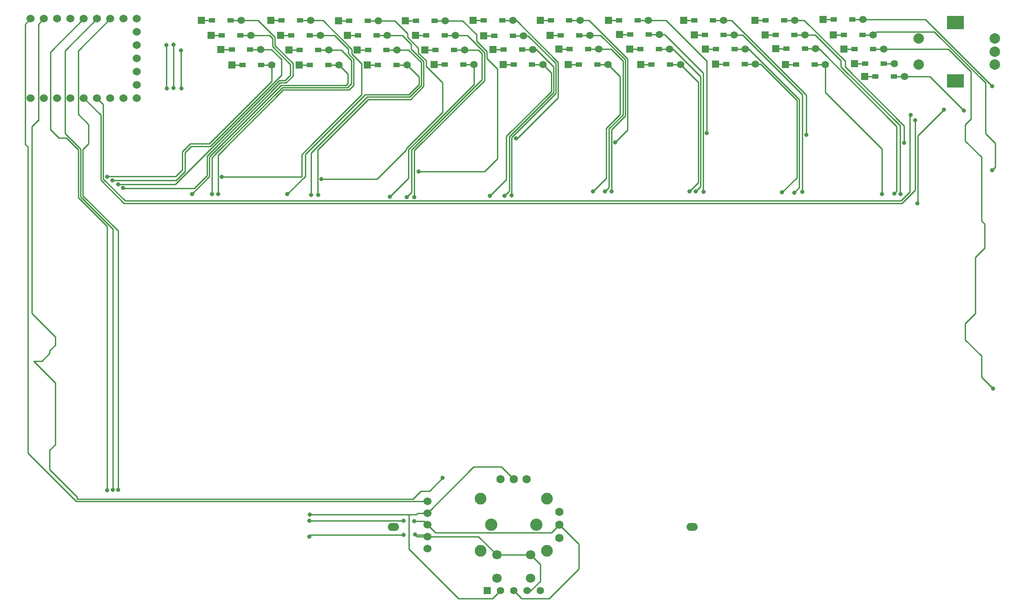
<source format=gbr>
%TF.GenerationSoftware,KiCad,Pcbnew,7.0.8*%
%TF.CreationDate,2024-05-12T08:22:54+09:00*%
%TF.ProjectId,ckb6,636b6236-2e6b-4696-9361-645f70636258,rev?*%
%TF.SameCoordinates,Original*%
%TF.FileFunction,Copper,L1,Top*%
%TF.FilePolarity,Positive*%
%FSLAX46Y46*%
G04 Gerber Fmt 4.6, Leading zero omitted, Abs format (unit mm)*
G04 Created by KiCad (PCBNEW 7.0.8) date 2024-05-12 08:22:54*
%MOMM*%
%LPD*%
G01*
G04 APERTURE LIST*
%TA.AperFunction,ComponentPad*%
%ADD10R,1.397000X1.397000*%
%TD*%
%TA.AperFunction,SMDPad,CuDef*%
%ADD11R,1.300000X0.950000*%
%TD*%
%TA.AperFunction,ComponentPad*%
%ADD12C,1.397000*%
%TD*%
%TA.AperFunction,ComponentPad*%
%ADD13C,2.250000*%
%TD*%
%TA.AperFunction,ComponentPad*%
%ADD14C,2.350000*%
%TD*%
%TA.AperFunction,ComponentPad*%
%ADD15C,1.524000*%
%TD*%
%TA.AperFunction,ComponentPad*%
%ADD16C,1.600000*%
%TD*%
%TA.AperFunction,ComponentPad*%
%ADD17C,1.800000*%
%TD*%
%TA.AperFunction,ComponentPad*%
%ADD18O,2.200000X1.500000*%
%TD*%
%TA.AperFunction,ComponentPad*%
%ADD19C,2.000000*%
%TD*%
%TA.AperFunction,ComponentPad*%
%ADD20R,3.200000X2.500000*%
%TD*%
%TA.AperFunction,ViaPad*%
%ADD21C,0.800000*%
%TD*%
%TA.AperFunction,Conductor*%
%ADD22C,0.250000*%
%TD*%
G04 APERTURE END LIST*
D10*
%TO.P,D16,1,K*%
%TO.N,row1*%
X72975000Y142380000D03*
D11*
X75010000Y142380000D03*
%TO.P,D16,2,A*%
%TO.N,Net-(D16-A)*%
X78560000Y142380000D03*
D12*
X80595000Y142380000D03*
%TD*%
D10*
%TO.P,D303,1,K*%
%TO.N,row3*%
X35240000Y136700000D03*
D11*
X37275000Y136700000D03*
%TO.P,D303,2,A*%
%TO.N,Net-(D303-A)*%
X40825000Y136700000D03*
D12*
X42860000Y136700000D03*
%TD*%
D10*
%TO.P,D15,1,K*%
%TO.N,row1*%
X59395000Y142380000D03*
D11*
X61430000Y142380000D03*
%TO.P,D15,2,A*%
%TO.N,Net-(D15-A)*%
X64980000Y142380000D03*
D12*
X67015000Y142380000D03*
%TD*%
D10*
%TO.P,D19,1,K*%
%TO.N,row2*%
X-5080000Y139510000D03*
D11*
X-3045000Y139510000D03*
%TO.P,D19,2,A*%
%TO.N,Net-(D19-A)*%
X505000Y139510000D03*
D12*
X2540000Y139510000D03*
%TD*%
D10*
%TO.P,D28,1,K*%
%TO.N,row1*%
X-19765000Y142300000D03*
D11*
X-17730000Y142300000D03*
%TO.P,D28,2,A*%
%TO.N,Net-(D28-A)*%
X-14180000Y142300000D03*
D12*
X-12145000Y142300000D03*
%TD*%
D10*
%TO.P,D5,1,K*%
%TO.N,row0*%
X17030000Y145110000D03*
D11*
X19065000Y145110000D03*
%TO.P,D5,2,A*%
%TO.N,Net-(D5-A)*%
X22615000Y145110000D03*
D12*
X24650000Y145110000D03*
%TD*%
D10*
%TO.P,D24,1,K*%
%TO.N,row2*%
X61495000Y139670000D03*
D11*
X63530000Y139670000D03*
%TO.P,D24,2,A*%
%TO.N,Net-(D24-A)*%
X67080000Y139670000D03*
D12*
X69115000Y139670000D03*
%TD*%
D10*
%TO.P,D14,1,K*%
%TO.N,row1*%
X45075000Y142430000D03*
D11*
X47110000Y142430000D03*
%TO.P,D14,2,A*%
%TO.N,Net-(D14-A)*%
X50660000Y142430000D03*
D12*
X52695000Y142430000D03*
%TD*%
D10*
%TO.P,D302,1,K*%
%TO.N,row3*%
X-3205000Y136630000D03*
D11*
X-1170000Y136630000D03*
%TO.P,D302,2,A*%
%TO.N,Net-(D302-A)*%
X2380000Y136630000D03*
D12*
X4415000Y136630000D03*
%TD*%
D10*
%TO.P,D21,1,K*%
%TO.N,row2*%
X20845000Y139580000D03*
D11*
X22880000Y139580000D03*
%TO.P,D21,2,A*%
%TO.N,Net-(D21-A)*%
X26430000Y139580000D03*
D12*
X28465000Y139580000D03*
%TD*%
D10*
%TO.P,D20,1,K*%
%TO.N,row2*%
X7870000Y139500000D03*
D11*
X9905000Y139500000D03*
%TO.P,D20,2,A*%
%TO.N,Net-(D20-A)*%
X13455000Y139500000D03*
D12*
X15490000Y139500000D03*
%TD*%
D10*
%TO.P,D26,1,K*%
%TO.N,row3*%
X-29095000Y136590000D03*
D11*
X-27060000Y136590000D03*
%TO.P,D26,2,A*%
%TO.N,Net-(D26-A)*%
X-23510000Y136590000D03*
D12*
X-21475000Y136590000D03*
%TD*%
D10*
%TO.P,D13,1,K*%
%TO.N,row1*%
X31770000Y142280000D03*
D11*
X33805000Y142280000D03*
%TO.P,D13,2,A*%
%TO.N,Net-(D13-A)*%
X37355000Y142280000D03*
D12*
X39390000Y142280000D03*
%TD*%
D10*
%TO.P,D1,1,K*%
%TO.N,row0*%
X-34925000Y145170000D03*
D11*
X-32890000Y145170000D03*
%TO.P,D1,2,A*%
%TO.N,Net-(D1-A)*%
X-29340000Y145170000D03*
D12*
X-27305000Y145170000D03*
%TD*%
D10*
%TO.P,D102,1,K*%
%TO.N,row1*%
X-33095000Y142310000D03*
D11*
X-31060000Y142310000D03*
%TO.P,D102,2,A*%
%TO.N,Net-(D102-A)*%
X-27510000Y142310000D03*
D12*
X-25475000Y142310000D03*
%TD*%
D10*
%TO.P,D23,1,K*%
%TO.N,row2*%
X47045000Y139620000D03*
D11*
X49080000Y139620000D03*
%TO.P,D23,2,A*%
%TO.N,Net-(D23-A)*%
X52630000Y139620000D03*
D12*
X54665000Y139620000D03*
%TD*%
D10*
%TO.P,D9,1,K*%
%TO.N,row0*%
X70995000Y145190000D03*
D11*
X73030000Y145190000D03*
%TO.P,D9,2,A*%
%TO.N,Net-(D9-A)*%
X76580000Y145190000D03*
D12*
X78615000Y145190000D03*
%TD*%
D13*
%TO.P,J1,*%
%TO.N,*%
X18517500Y53520000D03*
X18517500Y43520000D03*
D14*
X20542500Y48520000D03*
X29142500Y48520000D03*
D13*
X31167500Y53520000D03*
X31167500Y43520000D03*
D15*
%TO.P,J1,1,Pin_1*%
%TO.N,VCC*%
X8332500Y53028000D03*
D16*
X27342500Y57250000D03*
X33572500Y46020000D03*
D15*
%TO.P,J1,2,Pin_2*%
%TO.N,joy_x*%
X8332500Y50774000D03*
D16*
X24842500Y57250000D03*
D15*
%TO.P,J1,3,Pin_3*%
%TO.N,joy_y*%
X8332500Y48520000D03*
D16*
X33572500Y48520000D03*
D15*
%TO.P,J1,4,Pin_4*%
%TO.N,sw_joy*%
X8332500Y46266000D03*
D17*
X21592500Y42770000D03*
X28092500Y42770000D03*
D15*
%TO.P,J1,5,Pin_5*%
%TO.N,GND*%
X8332500Y44012000D03*
D17*
X21592500Y38270000D03*
D16*
X22342500Y57250000D03*
D17*
X28092500Y38270000D03*
D16*
X33572500Y51020000D03*
%TD*%
D10*
%TO.P,D29,1,K*%
%TO.N,row3*%
X63440000Y136760000D03*
D11*
X65475000Y136760000D03*
%TO.P,D29,2,A*%
%TO.N,Net-(D29-A)*%
X69025000Y136760000D03*
D12*
X71060000Y136760000D03*
%TD*%
D10*
%TO.P,D101,1,K*%
%TO.N,row0*%
X84025000Y145310000D03*
D11*
X86060000Y145310000D03*
%TO.P,D101,2,A*%
%TO.N,Net-(D101-A)*%
X89610000Y145310000D03*
D12*
X91645000Y145310000D03*
%TD*%
D10*
%TO.P,D22,1,K*%
%TO.N,row2*%
X33505000Y139610000D03*
D11*
X35540000Y139610000D03*
%TO.P,D22,2,A*%
%TO.N,Net-(D22-A)*%
X39090000Y139610000D03*
D12*
X41125000Y139610000D03*
%TD*%
D10*
%TO.P,D301,1,K*%
%TO.N,row2*%
X-31155000Y139560000D03*
D11*
X-29120000Y139560000D03*
%TO.P,D301,2,A*%
%TO.N,Net-(D301-A)*%
X-25570000Y139560000D03*
D12*
X-23535000Y139560000D03*
%TD*%
D10*
%TO.P,D27,1,K*%
%TO.N,row3*%
X91980000Y134400000D03*
D11*
X94015000Y134400000D03*
%TO.P,D27,2,A*%
%TO.N,Net-(D27-A)*%
X97565000Y134400000D03*
D12*
X99600000Y134400000D03*
%TD*%
D10*
%TO.P,D12,1,K*%
%TO.N,row1*%
X19065000Y142220000D03*
D11*
X21100000Y142220000D03*
%TO.P,D12,2,A*%
%TO.N,Net-(D12-A)*%
X24650000Y142220000D03*
D12*
X26685000Y142220000D03*
%TD*%
D18*
%TO.P,SW32,*%
%TO.N,*%
X1795000Y48100000D03*
%TD*%
D10*
%TO.P,TB1,1,VCC*%
%TO.N,VCC*%
X19762500Y35910000D03*
D12*
%TO.P,TB1,2,SDA*%
%TO.N,joy_x*%
X22302500Y35910000D03*
%TO.P,TB1,3,SCL*%
%TO.N,joy_y*%
X24842500Y35910000D03*
%TO.P,TB1,4,INT*%
%TO.N,sw_joy*%
X27382500Y35910000D03*
%TO.P,TB1,5,GND*%
%TO.N,GND*%
X29922500Y35910000D03*
%TD*%
D10*
%TO.P,D3,1,K*%
%TO.N,row0*%
X-8645000Y145060000D03*
D11*
X-6610000Y145060000D03*
%TO.P,D3,2,A*%
%TO.N,Net-(D3-A)*%
X-3060000Y145060000D03*
D12*
X-1025000Y145060000D03*
%TD*%
D10*
%TO.P,D30,1,K*%
%TO.N,row3*%
X9595000Y136660000D03*
D11*
X11630000Y136660000D03*
%TO.P,D30,2,A*%
%TO.N,Net-(D30-A)*%
X15180000Y136660000D03*
D12*
X17215000Y136660000D03*
%TD*%
D10*
%TO.P,D8,1,K*%
%TO.N,row0*%
X57335000Y145140000D03*
D11*
X59370000Y145140000D03*
%TO.P,D8,2,A*%
%TO.N,Net-(D8-A)*%
X62920000Y145140000D03*
D12*
X64955000Y145140000D03*
%TD*%
D19*
%TO.P,SW33,A,A*%
%TO.N,ro01*%
X116850000Y136660000D03*
%TO.P,SW33,B,B*%
%TO.N,ro02*%
X116850000Y141660000D03*
%TO.P,SW33,C,C*%
%TO.N,GND*%
X116850000Y139160000D03*
D20*
%TO.P,SW33,MP*%
%TO.N,N/C*%
X109350000Y133560000D03*
X109350000Y144760000D03*
D19*
%TO.P,SW33,S1,S1*%
%TO.N,Net-(D33-A)*%
X102350000Y141660000D03*
%TO.P,SW33,S2,S2*%
%TO.N,col10*%
X102350000Y136660000D03*
%TD*%
D10*
%TO.P,D201,1,K*%
%TO.N,row3*%
X-16230000Y136630000D03*
D11*
X-14195000Y136630000D03*
%TO.P,D201,2,A*%
%TO.N,Net-(D201-A)*%
X-10645000Y136630000D03*
D12*
X-8610000Y136630000D03*
%TD*%
D10*
%TO.P,D34,1,K*%
%TO.N,row2*%
X88040000Y139690000D03*
D11*
X90075000Y139690000D03*
%TO.P,D34,2,A*%
%TO.N,Net-(D34-A)*%
X93625000Y139690000D03*
D12*
X95660000Y139690000D03*
%TD*%
D10*
%TO.P,D4,1,K*%
%TO.N,row0*%
X4100000Y145080000D03*
D11*
X6135000Y145080000D03*
%TO.P,D4,2,A*%
%TO.N,Net-(D4-A)*%
X9685000Y145080000D03*
D12*
X11720000Y145080000D03*
%TD*%
D10*
%TO.P,D6,1,K*%
%TO.N,row0*%
X29890000Y145160000D03*
D11*
X31925000Y145160000D03*
%TO.P,D6,2,A*%
%TO.N,Net-(D6-A)*%
X35475000Y145160000D03*
D12*
X37510000Y145160000D03*
%TD*%
D10*
%TO.P,D25,1,K*%
%TO.N,row2*%
X74950000Y139710000D03*
D11*
X76985000Y139710000D03*
%TO.P,D25,2,A*%
%TO.N,Net-(D25-A)*%
X80535000Y139710000D03*
D12*
X82570000Y139710000D03*
%TD*%
D10*
%TO.P,D31,1,K*%
%TO.N,row3*%
X49145000Y136700000D03*
D11*
X51180000Y136700000D03*
%TO.P,D31,2,A*%
%TO.N,Net-(D31-A)*%
X54730000Y136700000D03*
D12*
X56765000Y136700000D03*
%TD*%
D10*
%TO.P,D10,1,K*%
%TO.N,row1*%
X-6995000Y142310000D03*
D11*
X-4960000Y142310000D03*
%TO.P,D10,2,A*%
%TO.N,Net-(D10-A)*%
X-1410000Y142310000D03*
D12*
X625000Y142310000D03*
%TD*%
D10*
%TO.P,D7,1,K*%
%TO.N,row0*%
X42985000Y145180000D03*
D11*
X45020000Y145180000D03*
%TO.P,D7,2,A*%
%TO.N,Net-(D7-A)*%
X48570000Y145180000D03*
D12*
X50605000Y145180000D03*
%TD*%
D10*
%TO.P,D33,1,K*%
%TO.N,row2*%
X90030000Y136880000D03*
D11*
X92065000Y136880000D03*
%TO.P,D33,2,A*%
%TO.N,Net-(D33-A)*%
X95615000Y136880000D03*
D12*
X97650000Y136880000D03*
%TD*%
D10*
%TO.P,D202,1,K*%
%TO.N,row3*%
X76805000Y136710000D03*
D11*
X78840000Y136710000D03*
%TO.P,D202,2,A*%
%TO.N,Net-(D202-A)*%
X82390000Y136710000D03*
D12*
X84425000Y136710000D03*
%TD*%
D10*
%TO.P,D2,1,K*%
%TO.N,row0*%
X-21665000Y145110000D03*
D11*
X-19630000Y145110000D03*
%TO.P,D2,2,A*%
%TO.N,Net-(D2-A)*%
X-16080000Y145110000D03*
D12*
X-14045000Y145110000D03*
%TD*%
D18*
%TO.P,SW303,*%
%TO.N,*%
X58950000Y48100000D03*
%TD*%
D10*
%TO.P,D11,1,K*%
%TO.N,row1*%
X6040000Y142260000D03*
D11*
X8075000Y142260000D03*
%TO.P,D11,2,A*%
%TO.N,Net-(D11-A)*%
X11625000Y142260000D03*
D12*
X13660000Y142260000D03*
%TD*%
D10*
%TO.P,D17,1,K*%
%TO.N,row1*%
X86000000Y142340000D03*
D11*
X88035000Y142340000D03*
%TO.P,D17,2,A*%
%TO.N,Net-(D17-A)*%
X91585000Y142340000D03*
D12*
X93620000Y142340000D03*
%TD*%
D10*
%TO.P,D32,1,K*%
%TO.N,row3*%
X22780000Y136650000D03*
D11*
X24815000Y136650000D03*
%TO.P,D32,2,A*%
%TO.N,Net-(D32-A)*%
X28365000Y136650000D03*
D12*
X30400000Y136650000D03*
%TD*%
D10*
%TO.P,D18,1,K*%
%TO.N,row2*%
X-18165000Y139500000D03*
D11*
X-16130000Y139500000D03*
%TO.P,D18,2,A*%
%TO.N,Net-(D18-A)*%
X-12580000Y139500000D03*
D12*
X-10545000Y139500000D03*
%TD*%
D15*
%TO.P,U1,0,GP0*%
%TO.N,col0*%
X-67567500Y130260000D03*
%TO.P,U1,1,GP1*%
%TO.N,col1*%
X-65027500Y130260000D03*
%TO.P,U1,2,GP2*%
%TO.N,col2*%
X-62487500Y130260000D03*
%TO.P,U1,3,GP3*%
%TO.N,col3*%
X-59947500Y130260000D03*
%TO.P,U1,4,GP4*%
%TO.N,ro01*%
X-57407500Y130260000D03*
%TO.P,U1,5,GP5*%
%TO.N,ro02*%
X-54867500Y130260000D03*
%TO.P,U1,6,GP6*%
%TO.N,col4*%
X-52327500Y130260000D03*
%TO.P,U1,7,GP7*%
%TO.N,row3*%
X-49787500Y130260000D03*
%TO.P,U1,8,GP8*%
%TO.N,col5*%
X-47247500Y130260000D03*
%TO.P,U1,9,GP9*%
%TO.N,col6*%
X-47247500Y132800000D03*
%TO.P,U1,10,GP10*%
%TO.N,col7*%
X-47247500Y135340000D03*
%TO.P,U1,11,GP11*%
%TO.N,row2*%
X-47247500Y137880000D03*
%TO.P,U1,12,GP12*%
%TO.N,col8*%
X-47247500Y140420000D03*
%TO.P,U1,13,GP13*%
%TO.N,col9*%
X-47247500Y142960000D03*
%TO.P,U1,14,GP14*%
%TO.N,row0*%
X-47247500Y145500000D03*
%TO.P,U1,15,GP15*%
%TO.N,row1*%
X-49787500Y145500000D03*
%TO.P,U1,26,GP26*%
%TO.N,joy_x*%
X-52327500Y145500000D03*
%TO.P,U1,27,GP27*%
%TO.N,joy_y*%
X-54867500Y145500000D03*
%TO.P,U1,28,GP28*%
%TO.N,sw_joy*%
X-57407500Y145500000D03*
%TO.P,U1,29,GP29*%
%TO.N,col10*%
X-59947500Y145500000D03*
%TO.P,U1,30,3V3*%
%TO.N,unconnected-(U1-3V3-Pad30)*%
X-62487500Y145500000D03*
%TO.P,U1,31,GND*%
%TO.N,GND*%
X-65027500Y145500000D03*
%TO.P,U1,32,5V*%
%TO.N,VCC*%
X-67567500Y145500000D03*
%TD*%
D21*
%TO.N,Net-(D1-A)*%
X-49930000Y113040000D03*
%TO.N,Net-(D2-A)*%
X-31010000Y115220000D03*
%TO.N,Net-(D3-A)*%
X-11940000Y114780000D03*
%TO.N,Net-(D4-A)*%
X6680000Y116190000D03*
%TO.N,Net-(D5-A)*%
X25300000Y122540000D03*
%TO.N,Net-(D6-A)*%
X44270000Y121790000D03*
%TO.N,Net-(D7-A)*%
X61790000Y123580000D03*
%TO.N,Net-(D8-A)*%
X80800000Y123250000D03*
%TO.N,Net-(D9-A)*%
X99550000Y121700000D03*
%TO.N,Net-(D10-A)*%
X-12580000Y111740000D03*
%TO.N,Net-(D11-A)*%
X5790000Y111314500D03*
%TO.N,Net-(D12-A)*%
X24430000Y111590000D03*
%TO.N,Net-(D13-A)*%
X43560000Y112420000D03*
%TO.N,Net-(D14-A)*%
X61140000Y112310000D03*
%TO.N,Net-(D15-A)*%
X80070000Y112260000D03*
%TO.N,Net-(D16-A)*%
X98840000Y111840000D03*
%TO.N,Net-(D17-A)*%
X116350000Y116460000D03*
%TO.N,Net-(D18-A)*%
X-32920000Y111850000D03*
%TO.N,Net-(D19-A)*%
X-13910000Y111730000D03*
%TO.N,Net-(D20-A)*%
X4390000Y111314500D03*
%TO.N,Net-(D21-A)*%
X23070000Y111580000D03*
%TO.N,Net-(D22-A)*%
X42280000Y112360000D03*
%TO.N,Net-(D23-A)*%
X59680000Y112410000D03*
%TO.N,Net-(D24-A)*%
X78490000Y112160000D03*
%TO.N,Net-(D25-A)*%
X97640000Y111940000D03*
%TO.N,Net-(D26-A)*%
X-52970000Y115210000D03*
%TO.N,Net-(D27-A)*%
X111000000Y127850000D03*
%TO.N,Net-(D28-A)*%
X-31730000Y111870000D03*
%TO.N,Net-(D29-A)*%
X76200000Y112210000D03*
%TO.N,Net-(D30-A)*%
X1176875Y111393125D03*
%TO.N,Net-(D31-A)*%
X58500000Y112410000D03*
%TO.N,Net-(D101-A)*%
X116400000Y132530000D03*
%TO.N,Net-(D102-A)*%
X-50860000Y113720000D03*
%TO.N,Net-(D201-A)*%
X-36740000Y111870000D03*
%TO.N,Net-(D202-A)*%
X95290000Y111900000D03*
%TO.N,Net-(D301-A)*%
X-51980000Y114540000D03*
%TO.N,Net-(D302-A)*%
X-18500000Y111840000D03*
%TO.N,col8*%
X-41520000Y132140000D03*
X-41590000Y140400000D03*
%TO.N,col9*%
X-40220000Y132190000D03*
X-40220000Y140460000D03*
%TO.N,Net-(D303-A)*%
X40010000Y112390000D03*
%TO.N,joy_x*%
X-14170000Y50500000D03*
X-50830553Y55219480D03*
%TO.N,joy_y*%
X-51830000Y55230000D03*
X-14250000Y49330000D03*
X5780000Y49220000D03*
X3770000Y49270000D03*
%TO.N,sw_joy*%
X3760000Y46570000D03*
X-14280000Y46260000D03*
X-52950000Y55180000D03*
X5940000Y46680000D03*
%TO.N,ro01*%
X101670000Y126000000D03*
%TO.N,GND*%
X11260000Y57490000D03*
X102040000Y110140000D03*
X107145000Y128045000D03*
%TO.N,Net-(D32-A)*%
X20310000Y111580000D03*
%TO.N,ro02*%
X100820000Y127020000D03*
%TO.N,Net-(D34-A)*%
X116520000Y74630000D03*
%TO.N,col10*%
X-38720000Y132140000D03*
X-38810000Y139360000D03*
%TD*%
D22*
%TO.N,row0*%
X-21665000Y145110000D02*
X-19630000Y145110000D01*
X42985000Y145180000D02*
X45020000Y145180000D01*
X4100000Y145080000D02*
X6135000Y145080000D01*
X-8645000Y145060000D02*
X-6610000Y145060000D01*
X29890000Y145160000D02*
X31925000Y145160000D01*
X70995000Y145190000D02*
X73030000Y145190000D01*
X84025000Y145310000D02*
X86060000Y145310000D01*
X57335000Y145140000D02*
X59370000Y145140000D01*
X-34925000Y145170000D02*
X-32890000Y145170000D01*
X17030000Y145110000D02*
X19065000Y145110000D01*
%TO.N,Net-(D1-A)*%
X-24110000Y145170000D02*
X-27305000Y145170000D01*
X-17430000Y134460000D02*
X-17430000Y136908380D01*
X-29340000Y145170000D02*
X-27305000Y145170000D01*
X-19830000Y133180000D02*
X-18710000Y133180000D01*
X-19830419Y133180419D02*
X-19830000Y133180000D01*
X-18710000Y133180000D02*
X-17430000Y134460000D01*
X-33830000Y119180838D02*
X-33830000Y115416396D01*
X-33830000Y115416396D02*
X-36266396Y112980000D01*
X-33515419Y119495419D02*
X-19830419Y133180419D01*
X-20840000Y141900000D02*
X-24110000Y145170000D01*
X-36266396Y112980000D02*
X-49870000Y112980000D01*
X-20840000Y140318380D02*
X-20840000Y141900000D01*
X-33515419Y119495419D02*
X-33830000Y119180838D01*
X-17430000Y136908380D02*
X-20840000Y140318380D01*
X-49870000Y112980000D02*
X-49930000Y113040000D01*
%TO.N,Net-(D2-A)*%
X-6103500Y138676880D02*
X-4290000Y136863380D01*
X-4290000Y130896396D02*
X-13663198Y121523198D01*
X-15756396Y115220000D02*
X-31010000Y115220000D01*
X-16080000Y145110000D02*
X-14045000Y145110000D01*
X-15743198Y119443198D02*
X-15743198Y115233198D01*
X-4290000Y136863380D02*
X-4290000Y130896396D01*
X-13663198Y121523198D02*
X-15743198Y119443198D01*
X-14045000Y145110000D02*
X-11651620Y145110000D01*
X-11651620Y145110000D02*
X-6103500Y139561880D01*
X-6103500Y139561880D02*
X-6103500Y138676880D01*
X-15743198Y115233198D02*
X-15756396Y115220000D01*
%TO.N,Net-(D3-A)*%
X2070000Y145060000D02*
X4540000Y142590000D01*
X8049190Y136349190D02*
X11220000Y133178380D01*
X11220000Y133178380D02*
X11220000Y127556172D01*
X-1025000Y145060000D02*
X-3060000Y145060000D01*
X4540000Y142590000D02*
X4540000Y141903380D01*
X6590000Y138910000D02*
X8049190Y137450810D01*
X8049190Y137450810D02*
X8049190Y136349190D01*
X-1025000Y145060000D02*
X2070000Y145060000D01*
X11220000Y127556172D02*
X4260000Y120596172D01*
X-1316167Y114780000D02*
X-11940000Y114780000D01*
X4540000Y141903380D02*
X6590000Y139853380D01*
X6590000Y139853380D02*
X6590000Y138910000D01*
X4260000Y120596172D02*
X4260000Y120356167D01*
X4260000Y120356167D02*
X-1316167Y114780000D01*
%TO.N,Net-(D4-A)*%
X11720000Y145080000D02*
X9685000Y145080000D01*
X15030000Y145080000D02*
X17700000Y142410000D01*
X17700000Y141180000D02*
X19681690Y139198310D01*
X21705000Y135868380D02*
X21705000Y118635000D01*
X19260000Y116190000D02*
X6680000Y116190000D01*
X19681690Y139198310D02*
X19681690Y137891690D01*
X21705000Y118635000D02*
X19260000Y116190000D01*
X17700000Y142410000D02*
X17700000Y141180000D01*
X11720000Y145080000D02*
X15030000Y145080000D01*
X19681690Y137891690D02*
X21705000Y135868380D01*
%TO.N,Net-(D5-A)*%
X33360000Y137098500D02*
X33360000Y130350000D01*
X33360000Y130350000D02*
X25550000Y122540000D01*
X25348500Y145110000D02*
X33360000Y137098500D01*
X24650000Y145110000D02*
X25348500Y145110000D01*
X24650000Y145110000D02*
X22615000Y145110000D01*
X25550000Y122540000D02*
X25300000Y122540000D01*
%TO.N,Net-(D6-A)*%
X39230000Y145160000D02*
X46625000Y137765000D01*
X46625000Y124145000D02*
X44270000Y121790000D01*
X46625000Y126675000D02*
X46625000Y137765000D01*
X37510000Y145160000D02*
X39230000Y145160000D01*
X37510000Y145160000D02*
X35475000Y145160000D01*
X46625000Y126675000D02*
X46625000Y124145000D01*
%TO.N,Net-(D7-A)*%
X50605000Y145180000D02*
X53950000Y145180000D01*
X53950000Y145180000D02*
X61790000Y137340000D01*
X61790000Y137340000D02*
X61790000Y123580000D01*
X50605000Y145180000D02*
X48570000Y145180000D01*
%TO.N,Net-(D8-A)*%
X66518380Y145140000D02*
X64955000Y145140000D01*
X64955000Y145140000D02*
X62920000Y145140000D01*
X80800000Y130858380D02*
X66518380Y145140000D01*
X80800000Y123250000D02*
X80800000Y130858380D01*
%TO.N,Net-(D9-A)*%
X78615000Y145190000D02*
X76580000Y145190000D01*
X78615000Y145190000D02*
X80370000Y145190000D01*
X99550000Y124953500D02*
X99550000Y121700000D01*
X88226750Y137333250D02*
X88226750Y136276750D01*
X88226750Y136276750D02*
X99550000Y124953500D01*
X80370000Y145190000D02*
X88226750Y137333250D01*
%TO.N,row1*%
X86000000Y142340000D02*
X88035000Y142340000D01*
X45075000Y142430000D02*
X47110000Y142430000D01*
X-33095000Y142310000D02*
X-31060000Y142310000D01*
X19065000Y142220000D02*
X21100000Y142220000D01*
X-19765000Y142300000D02*
X-17730000Y142300000D01*
X31770000Y142280000D02*
X33805000Y142280000D01*
X6040000Y142260000D02*
X8075000Y142260000D01*
X-6995000Y142310000D02*
X-4960000Y142310000D01*
X72975000Y142380000D02*
X75010000Y142380000D01*
X59395000Y142380000D02*
X61430000Y142380000D01*
%TO.N,Net-(D10-A)*%
X5193492Y140613492D02*
X5193492Y139670112D01*
X5193492Y139670112D02*
X6401802Y138461802D01*
X7599190Y132510000D02*
X5119190Y130030000D01*
X-12665000Y120385000D02*
X-12665000Y111825000D01*
X-12665000Y111825000D02*
X-12580000Y111740000D01*
X625000Y142310000D02*
X3496984Y142310000D01*
X-3020000Y130030000D02*
X-12665000Y120385000D01*
X7599190Y137264414D02*
X7599190Y132510000D01*
X6401802Y138461802D02*
X7599190Y137264414D01*
X625000Y142310000D02*
X-1410000Y142310000D01*
X5119190Y130030000D02*
X-3020000Y130030000D01*
X3496984Y142310000D02*
X5193492Y140613492D01*
%TO.N,Net-(D11-A)*%
X19231690Y139011914D02*
X15983604Y142260000D01*
X5790000Y111314500D02*
X5790000Y120216984D01*
X13660000Y142260000D02*
X11625000Y142260000D01*
X19250000Y133676984D02*
X19250000Y137686984D01*
X15983604Y142260000D02*
X13660000Y142260000D01*
X19231690Y137705294D02*
X19231690Y139011914D01*
X19250000Y137686984D02*
X19231690Y137705294D01*
X5790000Y120216984D02*
X19250000Y133676984D01*
%TO.N,Net-(D12-A)*%
X24430000Y122695305D02*
X24430000Y111590000D01*
X32112347Y130377653D02*
X32137653Y130377653D01*
X27602104Y142220000D02*
X32910000Y136912104D01*
X32137653Y130377653D02*
X32910000Y131150000D01*
X32910000Y136912104D02*
X32910000Y131150000D01*
X26685000Y142220000D02*
X27602104Y142220000D01*
X26685000Y142220000D02*
X24650000Y142220000D01*
X32112347Y130377653D02*
X24430000Y122695305D01*
%TO.N,Net-(D13-A)*%
X46175000Y137578604D02*
X46175000Y131745000D01*
X46175000Y131745000D02*
X46175000Y127160000D01*
X39390000Y142280000D02*
X41473604Y142280000D01*
X39390000Y142280000D02*
X37355000Y142280000D01*
X43540000Y112440000D02*
X43560000Y112420000D01*
X46175000Y127160000D02*
X46175000Y126861396D01*
X41473604Y142280000D02*
X46175000Y137578604D01*
X46175000Y126861396D02*
X43540000Y124226396D01*
X43540000Y124226396D02*
X43540000Y112440000D01*
%TO.N,Net-(D14-A)*%
X53690000Y142430000D02*
X61065000Y135055000D01*
X61065000Y135055000D02*
X61065000Y112385000D01*
X52695000Y142430000D02*
X53690000Y142430000D01*
X52695000Y142430000D02*
X50660000Y142430000D01*
X61065000Y112385000D02*
X61140000Y112310000D01*
%TO.N,Net-(D15-A)*%
X67015000Y142380000D02*
X64980000Y142380000D01*
X80070000Y130951984D02*
X80070000Y112260000D01*
X79835992Y131185992D02*
X80070000Y130951984D01*
X67015000Y142380000D02*
X68641984Y142380000D01*
X68641984Y142380000D02*
X79835992Y131185992D01*
%TO.N,Net-(D16-A)*%
X87440000Y136285646D02*
X87440000Y137483604D01*
X80595000Y142380000D02*
X78560000Y142380000D01*
X98763604Y111916396D02*
X98763604Y124962043D01*
X98763604Y124962043D02*
X87440000Y136285646D01*
X82543604Y142380000D02*
X80595000Y142380000D01*
X87440000Y137483604D02*
X82543604Y142380000D01*
X98840000Y111840000D02*
X98763604Y111916396D01*
%TO.N,Net-(D17-A)*%
X115106802Y133186802D02*
X115106802Y123483198D01*
X115106802Y123483198D02*
X116955000Y121635000D01*
X94265000Y142985000D02*
X105308604Y142985000D01*
X93620000Y142340000D02*
X94265000Y142985000D01*
X93620000Y142340000D02*
X91585000Y142340000D01*
X116955000Y121635000D02*
X116955000Y117065000D01*
X116955000Y117065000D02*
X116350000Y116460000D01*
X105308604Y142985000D02*
X115106802Y133186802D01*
%TO.N,row2*%
X-5080000Y139510000D02*
X-3045000Y139510000D01*
X7870000Y139500000D02*
X9905000Y139500000D01*
X-31155000Y139560000D02*
X-29120000Y139560000D01*
X61495000Y139670000D02*
X63530000Y139670000D01*
X88040000Y139690000D02*
X90075000Y139690000D01*
X-16130000Y139500000D02*
X-18165000Y139500000D01*
X90030000Y136880000D02*
X92065000Y136880000D01*
X74950000Y139710000D02*
X76985000Y139710000D01*
X20845000Y139580000D02*
X22880000Y139580000D01*
X33505000Y139610000D02*
X35540000Y139610000D01*
X47045000Y139620000D02*
X49080000Y139620000D01*
%TO.N,Net-(D18-A)*%
X-10545000Y139500000D02*
X-12580000Y139500000D01*
X-10545000Y139500000D02*
X-8199412Y139500000D01*
X-6220000Y133320000D02*
X-6220000Y133080000D01*
X-18660000Y132280000D02*
X-19458046Y132280000D01*
X-19458046Y132280000D02*
X-32185000Y119553046D01*
X-8199412Y139500000D02*
X-6220000Y137520588D01*
X-6220000Y137520588D02*
X-6220000Y133320000D01*
X-6220000Y133080000D02*
X-7020000Y132280000D01*
X-32185000Y119553046D02*
X-32920000Y118818046D01*
X-7020000Y132280000D02*
X-18660000Y132280000D01*
X-32920000Y118818046D02*
X-32920000Y111850000D01*
%TO.N,Net-(D19-A)*%
X7149190Y132696396D02*
X4932794Y130480000D01*
X7149190Y133290000D02*
X7149190Y132696396D01*
X2540000Y139510000D02*
X505000Y139510000D01*
X-13910000Y119776396D02*
X-13910000Y111730000D01*
X-12548198Y121138198D02*
X-13910000Y119776396D01*
X4717208Y139510000D02*
X7149190Y137078018D01*
X2540000Y139510000D02*
X4717208Y139510000D01*
X-3206396Y130480000D02*
X-12548198Y121138198D01*
X7149190Y137078018D02*
X7149190Y133290000D01*
X4932794Y130480000D02*
X-3206396Y130480000D01*
%TO.N,Net-(D20-A)*%
X18107208Y139500000D02*
X18781690Y138825518D01*
X5320000Y112244500D02*
X4390000Y111314500D01*
X18781690Y134308310D02*
X18781690Y133851690D01*
X18781690Y133851690D02*
X18781690Y133845070D01*
X15490000Y139500000D02*
X18107208Y139500000D01*
X15490000Y139500000D02*
X13455000Y139500000D01*
X18781690Y133845070D02*
X5320000Y120383380D01*
X18781690Y138825518D02*
X18781690Y134308310D01*
X5320000Y120383380D02*
X5320000Y112244500D01*
%TO.N,Net-(D21-A)*%
X28465000Y139580000D02*
X29163500Y139580000D01*
X28465000Y139580000D02*
X26430000Y139580000D01*
X23980000Y122508909D02*
X23980000Y112490000D01*
X27984149Y126885851D02*
X23980000Y122881701D01*
X23980000Y112490000D02*
X23070000Y111580000D01*
X29163500Y139580000D02*
X32460000Y136283500D01*
X23980000Y122881701D02*
X23980000Y122508909D01*
X32460000Y131361702D02*
X27984149Y126885851D01*
X32460000Y136283500D02*
X32460000Y131361702D01*
%TO.N,Net-(D22-A)*%
X45725000Y127047792D02*
X43090000Y124412792D01*
X43507208Y139610000D02*
X45725000Y137392208D01*
X41125000Y139610000D02*
X39090000Y139610000D01*
X43090000Y113170000D02*
X42280000Y112360000D01*
X41125000Y139610000D02*
X43507208Y139610000D01*
X43090000Y124412792D02*
X43090000Y113170000D01*
X45725000Y137392208D02*
X45725000Y127047792D01*
%TO.N,Net-(D23-A)*%
X54665000Y139620000D02*
X55363500Y139620000D01*
X60615000Y113345000D02*
X59680000Y112410000D01*
X54665000Y139620000D02*
X52630000Y139620000D01*
X60615000Y134368500D02*
X60615000Y113345000D01*
X55363500Y139620000D02*
X60615000Y134368500D01*
%TO.N,Net-(D24-A)*%
X69115000Y139670000D02*
X67080000Y139670000D01*
X69813500Y139670000D02*
X79460000Y130023500D01*
X69115000Y139670000D02*
X69813500Y139670000D01*
X79460000Y130023500D02*
X79460000Y113130000D01*
X79460000Y113130000D02*
X78490000Y112160000D01*
%TO.N,Net-(D25-A)*%
X82570000Y139710000D02*
X80535000Y139710000D01*
X83268500Y139710000D02*
X98130000Y124848500D01*
X82570000Y139710000D02*
X83268500Y139710000D01*
X98130000Y124848500D02*
X98130000Y112430000D01*
X98130000Y112430000D02*
X97640000Y111940000D01*
%TO.N,row3*%
X76805000Y136710000D02*
X78840000Y136710000D01*
X63440000Y136760000D02*
X65475000Y136760000D01*
X49145000Y136700000D02*
X51180000Y136700000D01*
X-3205000Y136630000D02*
X-1170000Y136630000D01*
X35240000Y136700000D02*
X37275000Y136700000D01*
X9595000Y136660000D02*
X11630000Y136660000D01*
X-16230000Y136630000D02*
X-14195000Y136630000D01*
X91980000Y134400000D02*
X94015000Y134400000D01*
X-29095000Y136590000D02*
X-27060000Y136590000D01*
X22780000Y136650000D02*
X24815000Y136650000D01*
%TO.N,Net-(D26-A)*%
X-39820000Y115265000D02*
X-38545000Y116540000D01*
X-52915000Y115265000D02*
X-39820000Y115265000D01*
X-37070229Y121510000D02*
X-33410026Y121510000D01*
X-23510000Y136590000D02*
X-21475000Y136590000D01*
X-52970000Y115210000D02*
X-52915000Y115265000D01*
X-33410026Y121510000D02*
X-21475000Y133445026D01*
X-38545000Y120035229D02*
X-37070229Y121510000D01*
X-21475000Y133445026D02*
X-21475000Y136590000D01*
X-38545000Y116540000D02*
X-38545000Y120035229D01*
%TO.N,Net-(D27-A)*%
X99600000Y134400000D02*
X97565000Y134400000D01*
X111000000Y127850000D02*
X104450000Y134400000D01*
X104450000Y134400000D02*
X99600000Y134400000D01*
%TO.N,Net-(D28-A)*%
X-5770000Y132740000D02*
X-6680000Y131830000D01*
X-9478016Y142300000D02*
X-6824008Y139645992D01*
X-6824008Y138760992D02*
X-5770000Y137706984D01*
X-19271650Y131830000D02*
X-31735000Y119366650D01*
X-31735000Y111875000D02*
X-31730000Y111870000D01*
X-14180000Y142300000D02*
X-12145000Y142300000D01*
X-5770000Y137706984D02*
X-5770000Y132740000D01*
X-6680000Y131830000D02*
X-19271650Y131830000D01*
X-6824008Y139645992D02*
X-6824008Y138760992D01*
X-12145000Y142300000D02*
X-9478016Y142300000D01*
X-31735000Y119366650D02*
X-31735000Y111875000D01*
%TO.N,Net-(D29-A)*%
X72087104Y136760000D02*
X79010000Y129837104D01*
X79010000Y129837104D02*
X79010000Y115020000D01*
X71060000Y136760000D02*
X72087104Y136760000D01*
X71060000Y136760000D02*
X69025000Y136760000D01*
X79010000Y115020000D02*
X76200000Y112210000D01*
%TO.N,Net-(D30-A)*%
X4710000Y114926250D02*
X1176875Y111393125D01*
X17215000Y132914776D02*
X6700112Y122399888D01*
X17215000Y136660000D02*
X15180000Y136660000D01*
X6700112Y122399888D02*
X4710000Y120409776D01*
X17215000Y136660000D02*
X17215000Y132914776D01*
X4710000Y120409776D02*
X4710000Y114926250D01*
%TO.N,Net-(D31-A)*%
X56765000Y136700000D02*
X54730000Y136700000D01*
X60165000Y114075000D02*
X58500000Y112410000D01*
X60165000Y133300000D02*
X60165000Y114075000D01*
X56765000Y136700000D02*
X60165000Y133300000D01*
%TO.N,Net-(D101-A)*%
X91645000Y145310000D02*
X89610000Y145310000D01*
X103620000Y145310000D02*
X91645000Y145310000D01*
X116400000Y132530000D02*
X103620000Y145310000D01*
%TO.N,Net-(D102-A)*%
X-50860000Y113720000D02*
X-50815000Y113765000D01*
X-21290000Y141713604D02*
X-21886396Y142310000D01*
X-18896815Y133630419D02*
X-18896396Y133630000D01*
X-27510000Y142310000D02*
X-25475000Y142310000D01*
X-39882234Y113765000D02*
X-20016815Y133630419D01*
X-50815000Y113765000D02*
X-39882234Y113765000D01*
X-17880000Y134646396D02*
X-17880000Y136721984D01*
X-18896396Y133630000D02*
X-17880000Y134646396D01*
X-20016815Y133630419D02*
X-18896815Y133630419D01*
X-21886396Y142310000D02*
X-25475000Y142310000D01*
X-21290000Y140131984D02*
X-21290000Y141713604D01*
X-17880000Y136721984D02*
X-21290000Y140131984D01*
%TO.N,Net-(D201-A)*%
X-7206396Y132730000D02*
X-19644442Y132730000D01*
X-8610000Y136630000D02*
X-6860000Y134880000D01*
X-10645000Y136630000D02*
X-8610000Y136630000D01*
X-33370000Y115240000D02*
X-36740000Y111870000D01*
X-33370000Y119004442D02*
X-33370000Y115240000D01*
X-19908046Y132466396D02*
X-33370000Y119004442D01*
X-19644442Y132730000D02*
X-19908046Y132466396D01*
X-6860000Y134880000D02*
X-6860000Y133076396D01*
X-6860000Y133076396D02*
X-7206396Y132730000D01*
%TO.N,Net-(D202-A)*%
X84425000Y136710000D02*
X84425000Y131343350D01*
X84425000Y131343350D02*
X95255000Y120513350D01*
X95255000Y111935000D02*
X95290000Y111900000D01*
X84425000Y136710000D02*
X82390000Y136710000D01*
X95255000Y120513350D02*
X95255000Y111935000D01*
%TO.N,Net-(D301-A)*%
X-21790000Y139560000D02*
X-21530000Y139560000D01*
X-19640000Y134643630D02*
X-27321815Y126961815D01*
X-25570000Y139560000D02*
X-23535000Y139560000D01*
X-38095000Y116305000D02*
X-38095000Y116188630D01*
X-19640000Y137670000D02*
X-19640000Y134650000D01*
X-27321815Y126961815D02*
X-33223630Y121060000D01*
X-19640000Y134650000D02*
X-19640000Y134643630D01*
X-36883833Y121060000D02*
X-38095000Y119848833D01*
X-21530000Y139560000D02*
X-19640000Y137670000D01*
X-38095000Y116845000D02*
X-38095000Y116305000D01*
X-39743630Y114540000D02*
X-51980000Y114540000D01*
X-38095000Y116188630D02*
X-39743630Y114540000D01*
X-23535000Y139560000D02*
X-21790000Y139560000D01*
X-38095000Y119848833D02*
X-38095000Y116845000D01*
X-33223630Y121060000D02*
X-36883833Y121060000D01*
%TO.N,Net-(D302-A)*%
X-15040000Y115300000D02*
X-18500000Y111840000D01*
X6699190Y132882792D02*
X4746398Y130930000D01*
X-3620000Y130930000D02*
X-15040000Y119510000D01*
X6699190Y134345810D02*
X6699190Y132882792D01*
X4746398Y130930000D02*
X-3392792Y130930000D01*
X-15040000Y119510000D02*
X-15040000Y115300000D01*
X-3392792Y130930000D02*
X-3620000Y130930000D01*
X4415000Y136630000D02*
X2380000Y136630000D01*
X4415000Y136630000D02*
X6699190Y134345810D01*
%TO.N,col8*%
X-41590000Y132210000D02*
X-41520000Y132140000D01*
X-41590000Y140400000D02*
X-41590000Y132210000D01*
%TO.N,col9*%
X-40220000Y140460000D02*
X-40220000Y132190000D01*
%TO.N,Net-(D303-A)*%
X42860000Y136700000D02*
X40825000Y136700000D01*
X42550000Y114930000D02*
X40010000Y112390000D01*
X45190000Y127149188D02*
X42550000Y124509188D01*
X45190000Y134370000D02*
X45190000Y127149188D01*
X42860000Y136700000D02*
X45190000Y134370000D01*
X42550000Y124509188D02*
X42550000Y114930000D01*
%TO.N,joy_x*%
X-57575000Y111566751D02*
X-51260000Y105251750D01*
X24842500Y57250000D02*
X22492500Y59600000D01*
X-58494500Y127166150D02*
X-56485000Y125156650D01*
X17158500Y59600000D02*
X8332500Y50774000D01*
X6180000Y50500000D02*
X6454000Y50774000D01*
X6454000Y50774000D02*
X8332500Y50774000D01*
X4770000Y43880000D02*
X4770000Y50470000D01*
X-58494500Y139333000D02*
X-58494500Y127166150D01*
X22492500Y59600000D02*
X17158500Y59600000D01*
X4740000Y50500000D02*
X6180000Y50500000D01*
X-50830553Y104822303D02*
X-50830553Y55219480D01*
X-51260000Y105251750D02*
X-50830553Y104822303D01*
X14280000Y34370000D02*
X4770000Y43880000D01*
X-56485000Y125156650D02*
X-56485000Y121535000D01*
X-14170000Y50500000D02*
X4740000Y50500000D01*
X-56485000Y121535000D02*
X-57575000Y120445000D01*
X4770000Y50470000D02*
X4740000Y50500000D01*
X-52327500Y145500000D02*
X-58494500Y139333000D01*
X-57575000Y120445000D02*
X-57575000Y111566751D01*
X22302500Y35910000D02*
X20762500Y34370000D01*
X20762500Y34370000D02*
X14280000Y34370000D01*
%TO.N,joy_y*%
X26362500Y34390000D02*
X31600000Y34390000D01*
X-51830000Y105185354D02*
X-51830000Y55230000D01*
X7030000Y49190000D02*
X7662500Y49190000D01*
X32077512Y47025012D02*
X33572500Y48520000D01*
X-14250000Y49330000D02*
X3710000Y49330000D01*
X7030000Y49190000D02*
X5810000Y49190000D01*
X7662500Y49190000D02*
X8332500Y48520000D01*
X-54867500Y145500000D02*
X-61040000Y139327500D01*
X-58025000Y120490864D02*
X-58025000Y111800000D01*
X5810000Y49190000D02*
X5780000Y49220000D01*
X31600000Y34390000D02*
X37280000Y40070000D01*
X24842500Y35910000D02*
X26362500Y34390000D01*
X37280000Y44812500D02*
X33572500Y48520000D01*
X3710000Y49330000D02*
X3770000Y49270000D01*
X-58025000Y111800000D02*
X-58025000Y111380355D01*
X-58025000Y111380355D02*
X-52500000Y105855354D01*
X37280000Y40070000D02*
X37280000Y44812500D01*
X-52500000Y105855354D02*
X-51830000Y105185354D01*
X-61040000Y123505864D02*
X-58025000Y120490864D01*
X8332500Y48520000D02*
X9827488Y47025012D01*
X-61040000Y139327500D02*
X-61040000Y123505864D01*
X9827488Y47025012D02*
X32077512Y47025012D01*
%TO.N,sw_joy*%
X8332500Y46266000D02*
X6354000Y46266000D01*
X-58475000Y111193959D02*
X-57015521Y109734479D01*
X21592500Y42770000D02*
X18096500Y46266000D01*
X28100000Y35910000D02*
X29910000Y37720000D01*
X-62170000Y122588046D02*
X-60758578Y122588046D01*
X-58475000Y120304468D02*
X-58475000Y118295532D01*
X-60758578Y122588046D02*
X-58475000Y120304468D01*
X-14280000Y46260000D02*
X-13980000Y46560000D01*
X29910000Y40952500D02*
X28092500Y42770000D01*
X18096500Y46266000D02*
X8332500Y46266000D01*
X29910000Y37720000D02*
X29910000Y40952500D01*
X27382500Y35910000D02*
X28100000Y35910000D01*
X-13980000Y46560000D02*
X3750000Y46560000D01*
X-55330521Y108049479D02*
X-52950000Y105668958D01*
X-63830000Y124248046D02*
X-62170000Y122588046D01*
X-52950000Y105668958D02*
X-52950000Y55180000D01*
X3750000Y46560000D02*
X3760000Y46570000D01*
X28092500Y42770000D02*
X21592500Y42770000D01*
X-63830000Y139077500D02*
X-63830000Y124248046D01*
X6354000Y46266000D02*
X5940000Y46680000D01*
X-57407500Y145500000D02*
X-63830000Y139077500D01*
X8028500Y46570000D02*
X8332500Y46266000D01*
X6444500Y46570000D02*
X8028500Y46570000D01*
X-58475000Y118295532D02*
X-58475000Y111193959D01*
X-57015521Y109734479D02*
X-55330521Y108049479D01*
%TO.N,ro01*%
X-57407500Y130260000D02*
X-54145000Y126997500D01*
X-54145000Y126997500D02*
X-54145000Y114585000D01*
X-49700000Y110140000D02*
X99136396Y110140000D01*
X99136396Y110140000D02*
X101670000Y112673604D01*
X-54145000Y114585000D02*
X-49700000Y110140000D01*
X101670000Y112673604D02*
X101670000Y126000000D01*
%TO.N,GND*%
X-62835000Y75695000D02*
X-67015000Y79875000D01*
X-63933350Y81372817D02*
X-63933350Y81865000D01*
X102120000Y123020000D02*
X102120000Y110220000D01*
X5520000Y53478000D02*
X-58671604Y53478000D01*
X-67310000Y124864500D02*
X-66114500Y126060000D01*
X8780000Y55010000D02*
X7052000Y55010000D01*
X-58671604Y53861604D02*
X-63933350Y59123350D01*
X-66114500Y144413000D02*
X-66114500Y125896150D01*
X11260000Y57490000D02*
X8780000Y55010000D01*
X7052000Y55010000D02*
X5520000Y53478000D01*
X-63933350Y81865000D02*
X-62835000Y82963350D01*
X-62835000Y84516650D02*
X-67310000Y88991650D01*
X102120000Y110220000D02*
X102040000Y110140000D01*
X-63933350Y62815000D02*
X-62835000Y63913350D01*
X-65027500Y145500000D02*
X-66114500Y144413000D01*
X107145000Y128045000D02*
X102120000Y123020000D01*
X-62835000Y82963350D02*
X-62835000Y84516650D01*
X-67015000Y79875000D02*
X-65431167Y79875000D01*
X-65431167Y79875000D02*
X-63933350Y81372817D01*
X-62835000Y63913350D02*
X-62835000Y75695000D01*
X-63933350Y59123350D02*
X-63933350Y62815000D01*
X-58671604Y53478000D02*
X-58671604Y53861604D01*
X-67310000Y88991650D02*
X-67310000Y124864500D01*
%TO.N,VCC*%
X-68100000Y62270000D02*
X-68100000Y120865500D01*
X-68100000Y120865500D02*
X-68654500Y121420000D01*
X-68654500Y121420000D02*
X-68654500Y144413000D01*
X-68654500Y144413000D02*
X-67567500Y145500000D01*
X-58858000Y53028000D02*
X-68100000Y62270000D01*
X8332500Y53028000D02*
X-58858000Y53028000D01*
%TO.N,Net-(D32-A)*%
X23440000Y122978097D02*
X23440000Y114710000D01*
X23440000Y114710000D02*
X20310000Y111580000D01*
X32010000Y131548098D02*
X23440000Y122978097D01*
X30400000Y136650000D02*
X32010000Y135040000D01*
X30400000Y136650000D02*
X28365000Y136650000D01*
X32010000Y135040000D02*
X32010000Y131548098D01*
%TO.N,Net-(D33-A)*%
X97650000Y136880000D02*
X95615000Y136880000D01*
%TO.N,ro02*%
X100620000Y112260000D02*
X100620000Y126820000D01*
X-53695000Y129087500D02*
X-53695000Y114795000D01*
X100620000Y126820000D02*
X100820000Y127020000D01*
X-49490000Y110590000D02*
X98950000Y110590000D01*
X-54867500Y130260000D02*
X-53695000Y129087500D01*
X-53695000Y114795000D02*
X-49490000Y110590000D01*
X98950000Y110590000D02*
X100620000Y112260000D01*
%TO.N,Net-(D34-A)*%
X95660000Y139690000D02*
X107967208Y139690000D01*
X111215000Y83964468D02*
X114305000Y80874468D01*
X111215000Y87056650D02*
X111215000Y83964468D01*
X112313350Y126255000D02*
X111215000Y125156650D01*
X111215000Y125156650D02*
X111215000Y122064468D01*
X107967208Y139690000D02*
X112313350Y135343858D01*
X114305000Y80874468D02*
X114305000Y76845000D01*
X114305000Y76845000D02*
X116520000Y74630000D01*
X112313350Y135343858D02*
X112313350Y126255000D01*
X114310000Y106761650D02*
X114965000Y106106650D01*
X111215000Y122064468D02*
X114310000Y118969468D01*
X95660000Y139690000D02*
X93625000Y139690000D01*
X113140000Y99760000D02*
X113140000Y88981650D01*
X114965000Y101585000D02*
X113140000Y99760000D01*
X113140000Y88981650D02*
X111215000Y87056650D01*
X114965000Y106106650D02*
X114965000Y101585000D01*
X114310000Y118969468D02*
X114310000Y106761650D01*
%TO.N,col10*%
X-38810000Y139360000D02*
X-38810000Y132230000D01*
X-38810000Y132230000D02*
X-38720000Y132140000D01*
%TD*%
M02*

</source>
